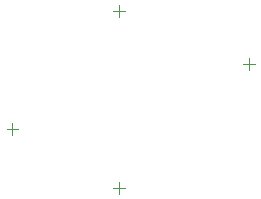
<source format=gbr>
G04*
G04 #@! TF.GenerationSoftware,Altium Limited,Altium Designer,24.9.1 (31)*
G04*
G04 Layer_Color=16711935*
%FSLAX25Y25*%
%MOIN*%
G70*
G04*
G04 #@! TF.SameCoordinates,AE1E5416-9686-4E21-8CD7-455353439681*
G04*
G04*
G04 #@! TF.FilePolarity,Positive*
G04*
G01*
G75*
%ADD73C,0.00197*%
D73*
X17717Y86614D02*
X21654D01*
X19685Y84646D02*
Y88583D01*
X96457Y108268D02*
X100394D01*
X98425Y106299D02*
Y110236D01*
X53150Y125984D02*
X57087D01*
X55118Y124016D02*
Y127953D01*
Y64961D02*
Y68898D01*
X53150Y66929D02*
X57087D01*
M02*

</source>
